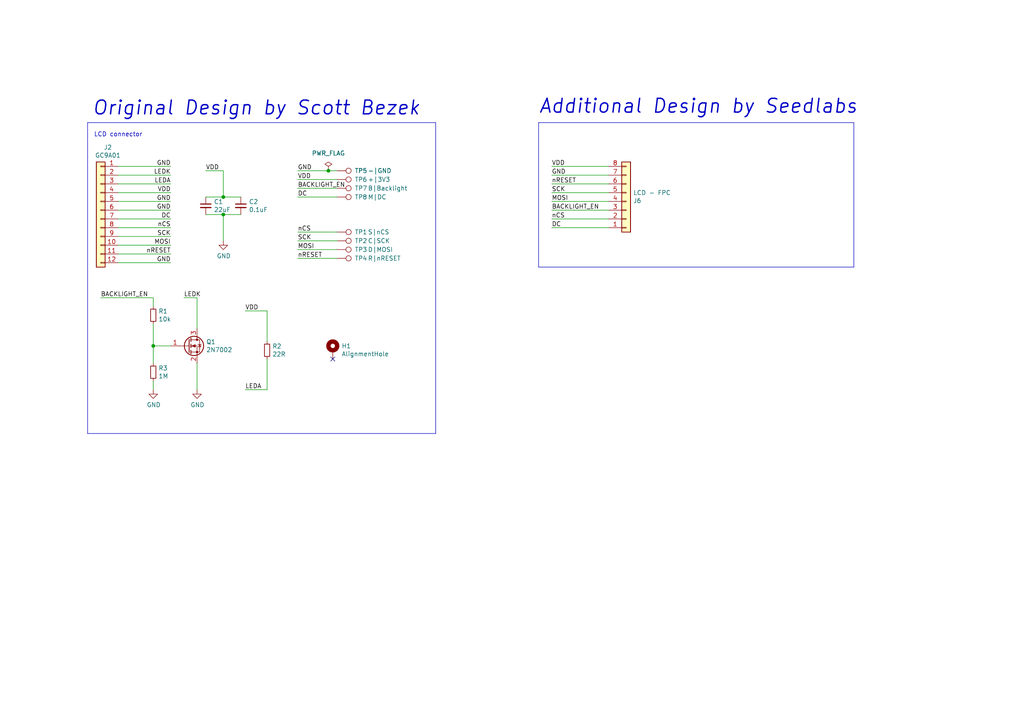
<source format=kicad_sch>
(kicad_sch (version 20250114) (generator "eeschema") (generator_version "9.0")
  (paper "A4")
  (title_block (title "SmartKnob DevKit Screen") (date "2024-05-13") (rev "v0.1.0") (company "Seedlabs") (comment 1 "Additional Design by Grigorii Merkushev (brushknight)") (comment 2 "Original Design by Scott Bezek"))
  (lib_symbols
    (symbol "Connector:TestPoint" (pin_numbers (hide yes)) (pin_names (offset 0.762) (hide yes))
      (property "Reference" "TP" (at 0 6.858 0))
      (property "Value" "TestPoint" (at 0 5.08 0))
      (symbol "TestPoint_0_1"
        (circle (center 0 3.302) (radius 0.762))
      )
      (symbol "TestPoint_1_1"
        (pin passive line (at 0 0 90) (length 2.54) (name "1") (number "1"))
      )
    )
    (symbol "Connector_Generic:Conn_01x08" (pin_names (offset 1.016) (hide yes))
      (property "Reference" "J" (at 0 10.16 0))
      (property "Value" "Conn_01x08" (at 0 -12.7 0))
      (symbol "Conn_01x08_1_1"
        (rectangle (start -1.27 8.89) (end 1.27 -11.43) (stroke (width 0.254)) (fill (type background)))
        (rectangle (start -1.27 7.747) (end 0 7.493) (stroke (width 0.1524)))
        (rectangle (start -1.27 5.207) (end 0 4.953) (stroke (width 0.1524)))
        (rectangle (start -1.27 2.667) (end 0 2.413) (stroke (width 0.1524)))
        (rectangle (start -1.27 0.127) (end 0 -0.127) (stroke (width 0.1524)))
        (rectangle (start -1.27 -2.413) (end 0 -2.667) (stroke (width 0.1524)))
        (rectangle (start -1.27 -4.953) (end 0 -5.207) (stroke (width 0.1524)))
        (rectangle (start -1.27 -7.493) (end 0 -7.747) (stroke (width 0.1524)))
        (rectangle (start -1.27 -10.033) (end 0 -10.287) (stroke (width 0.1524)))
        (pin passive line (at -5.08 7.62 0) (length 3.81) (name "Pin_1") (number "1"))
        (pin passive line (at -5.08 5.08 0) (length 3.81) (name "Pin_2") (number "2"))
        (pin passive line (at -5.08 2.54 0) (length 3.81) (name "Pin_3") (number "3"))
        (pin passive line (at -5.08 0 0) (length 3.81) (name "Pin_4") (number "4"))
        (pin passive line (at -5.08 -2.54 0) (length 3.81) (name "Pin_5") (number "5"))
        (pin passive line (at -5.08 -5.08 0) (length 3.81) (name "Pin_6") (number "6"))
        (pin passive line (at -5.08 -7.62 0) (length 3.81) (name "Pin_7") (number "7"))
        (pin passive line (at -5.08 -10.16 0) (length 3.81) (name "Pin_8") (number "8"))
      )
    )
    (symbol "Connector_Generic:Conn_01x12" (pin_names (offset 1.016) (hide yes))
      (property "Reference" "J" (at 0 15.24 0))
      (property "Value" "Conn_01x12" (at 0 -17.78 0))
      (symbol "Conn_01x12_1_1"
        (rectangle (start -1.27 13.97) (end 1.27 -16.51) (stroke (width 0.254)) (fill (type background)))
        (rectangle (start -1.27 12.827) (end 0 12.573) (stroke (width 0.1524)))
        (rectangle (start -1.27 10.287) (end 0 10.033) (stroke (width 0.1524)))
        (rectangle (start -1.27 7.747) (end 0 7.493) (stroke (width 0.1524)))
        (rectangle (start -1.27 5.207) (end 0 4.953) (stroke (width 0.1524)))
        (rectangle (start -1.27 2.667) (end 0 2.413) (stroke (width 0.1524)))
        (rectangle (start -1.27 0.127) (end 0 -0.127) (stroke (width 0.1524)))
        (rectangle (start -1.27 -2.413) (end 0 -2.667) (stroke (width 0.1524)))
        (rectangle (start -1.27 -4.953) (end 0 -5.207) (stroke (width 0.1524)))
        (rectangle (start -1.27 -7.493) (end 0 -7.747) (stroke (width 0.1524)))
        (rectangle (start -1.27 -10.033) (end 0 -10.287) (stroke (width 0.1524)))
        (rectangle (start -1.27 -12.573) (end 0 -12.827) (stroke (width 0.1524)))
        (rectangle (start -1.27 -15.113) (end 0 -15.367) (stroke (width 0.1524)))
        (pin passive line (at -5.08 12.7 0) (length 3.81) (name "Pin_1") (number "1"))
        (pin passive line (at -5.08 10.16 0) (length 3.81) (name "Pin_2") (number "2"))
        (pin passive line (at -5.08 7.62 0) (length 3.81) (name "Pin_3") (number "3"))
        (pin passive line (at -5.08 5.08 0) (length 3.81) (name "Pin_4") (number "4"))
        (pin passive line (at -5.08 2.54 0) (length 3.81) (name "Pin_5") (number "5"))
        (pin passive line (at -5.08 0 0) (length 3.81) (name "Pin_6") (number "6"))
        (pin passive line (at -5.08 -2.54 0) (length 3.81) (name "Pin_7") (number "7"))
        (pin passive line (at -5.08 -5.08 0) (length 3.81) (name "Pin_8") (number "8"))
        (pin passive line (at -5.08 -7.62 0) (length 3.81) (name "Pin_9") (number "9"))
        (pin passive line (at -5.08 -10.16 0) (length 3.81) (name "Pin_10") (number "10"))
        (pin passive line (at -5.08 -12.7 0) (length 3.81) (name "Pin_11") (number "11"))
        (pin passive line (at -5.08 -15.24 0) (length 3.81) (name "Pin_12") (number "12"))
      )
    )
    (symbol "Device:C_Small" (pin_numbers (hide yes)) (pin_names (offset 0.254) (hide yes))
      (property "Reference" "C" (at 0.254 1.778 0))
      (property "Value" "C_Small" (at 0.254 -2.032 0))
      (symbol "C_Small_0_1"
        (polyline (pts (xy -1.524 0.508) (xy 1.524 0.508)) (stroke (width 0.3048)))
        (polyline (pts (xy -1.524 -0.508) (xy 1.524 -0.508)) (stroke (width 0.3302)))
      )
      (symbol "C_Small_1_1"
        (pin passive line (at 0 2.54 270) (length 2.032) (name "~") (number "1"))
        (pin passive line (at 0 -2.54 90) (length 2.032) (name "~") (number "2"))
      )
    )
    (symbol "Device:R_Small" (pin_numbers (hide yes)) (pin_names (offset 0.254) (hide yes))
      (property "Reference" "R" (at 0.762 0.508 0))
      (property "Value" "R_Small" (at 0.762 -1.016 0))
      (symbol "R_Small_0_1"
        (rectangle (start -0.762 1.778) (end 0.762 -1.778) (stroke (width 0.2032)))
      )
      (symbol "R_Small_1_1"
        (pin passive line (at 0 2.54 270) (length 0.762) (name "~") (number "1"))
        (pin passive line (at 0 -2.54 90) (length 0.762) (name "~") (number "2"))
      )
    )
    (symbol "Mechanical:MountingHole_Pad" (pin_numbers (hide yes)) (pin_names (offset 1.016) (hide yes))
      (property "Reference" "H" (at 0 6.35 0))
      (property "Value" "MountingHole_Pad" (at 0 4.445 0))
      (symbol "MountingHole_Pad_0_1"
        (circle (center 0 1.27) (radius 1.27) (stroke (width 1.27)))
      )
      (symbol "MountingHole_Pad_1_1"
        (pin input line (at 0 -2.54 90) (length 2.54) (name "1") (number "1"))
      )
    )
    (symbol "Transistor_FET:2N7002" (pin_names (hide yes))
      (property "Reference" "Q" (at 5.08 1.905 0))
      (property "Value" "2N7002" (at 5.08 0 0))
      (symbol "2N7002_0_1"
        (polyline (pts (xy 0.254 1.905) (xy 0.254 -1.905)) (stroke (width 0.254)))
        (polyline (pts (xy 0.254 0) (xy -2.54 0)))
        (polyline (pts (xy 0.762 2.286) (xy 0.762 1.27)) (stroke (width 0.254)))
        (polyline (pts (xy 0.762 0.508) (xy 0.762 -0.508)) (stroke (width 0.254)))
        (polyline (pts (xy 0.762 -1.27) (xy 0.762 -2.286)) (stroke (width 0.254)))
        (polyline (pts (xy 0.762 -1.778) (xy 3.302 -1.778) (xy 3.302 1.778) (xy 0.762 1.778)))
        (polyline (pts (xy 1.016 0) (xy 2.032 0.381) (xy 2.032 -0.381) (xy 1.016 0)) (fill (type outline)))
        (circle (center 1.651 0) (radius 2.794) (stroke (width 0.254)))
        (polyline (pts (xy 2.54 2.54) (xy 2.54 1.778)))
        (circle (center 2.54 1.778) (radius 0.254) (fill (type outline)))
        (circle (center 2.54 -1.778) (radius 0.254) (fill (type outline)))
        (polyline (pts (xy 2.54 -2.54) (xy 2.54 0) (xy 0.762 0)))
        (polyline (pts (xy 2.794 0.508) (xy 2.921 0.381) (xy 3.683 0.381) (xy 3.81 0.254)))
        (polyline (pts (xy 3.302 0.381) (xy 2.921 -0.254) (xy 3.683 -0.254) (xy 3.302 0.381)))
      )
      (symbol "2N7002_1_1"
        (pin input line (at -5.08 0 0) (length 2.54) (name "G") (number "1"))
        (pin passive line (at 2.54 5.08 270) (length 2.54) (name "D") (number "3"))
        (pin passive line (at 2.54 -5.08 90) (length 2.54) (name "S") (number "2"))
      )
    )
    (symbol "power:GND" (power) (pin_names (offset 0))
      (property "Value" "GND" (at 0 -3.81 0))
      (symbol "GND_0_1"
        (polyline (pts (xy 0 0) (xy 0 -1.27) (xy 1.27 -1.27) (xy 0 -2.54) (xy -1.27 -1.27) (xy 0 -1.27)))
      )
      (symbol "GND_1_1"
        (pin power_in line (at 0 0 270) (length 0) (hide yes) (name "GND") (number "1"))
      )
    )
    (symbol "power:PWR_FLAG" (power) (pin_numbers (hide yes)) (pin_names (offset 0) (hide yes))
      (property "Value" "PWR_FLAG" (at 0 3.81 0))
      (symbol "PWR_FLAG_0_0"
        (pin power_out line (at 0 0 90) (length 0) (name "pwr") (number "1"))
      )
      (symbol "PWR_FLAG_0_1"
        (polyline (pts (xy 0 0) (xy 0 1.27) (xy -1.016 1.905) (xy 0 2.54) (xy 1.016 1.905) (xy 0 1.27)))
      )
    )
  )
  (text "Additional Design by Seedlabs" (at 156.21 33.274 0) (effects (font (size 4 4) (thickness 0.4013) (bold yes) (italic yes)) (justify left bottom)))
  (text "LCD connector" (at 34.29 39.116 0) (effects (font (size 1.27 1.27))))
  (text "Original Design by Scott Bezek" (at 26.67 33.782 0) (effects (font (size 4 4) (thickness 0.4013) (bold yes) (italic yes)) (justify left bottom)))
  (junction (at 64.77 57.15))
  (junction (at 44.45 100.33))
  (junction (at 64.77 62.23))
  (junction (at 95.25 49.53))
  (no_connect (at 96.52 104.14))
  (wire (pts (xy 97.79 72.39) (xy 86.36 72.39)))
  (wire (pts (xy 64.77 62.23) (xy 59.69 62.23)))
  (polyline (pts (xy 247.65 77.47) (xy 156.21 77.47)))
  (wire (pts (xy 97.79 52.07) (xy 86.36 52.07)))
  (wire (pts (xy 160.02 66.04) (xy 176.53 66.04)))
  (wire (pts (xy 59.69 57.15) (xy 64.77 57.15)))
  (wire (pts (xy 34.29 48.26) (xy 49.53 48.26)))
  (wire (pts (xy 64.77 62.23) (xy 64.77 69.85)))
  (wire (pts (xy 34.29 68.58) (xy 49.53 68.58)))
  (wire (pts (xy 34.29 71.12) (xy 49.53 71.12)))
  (polyline (pts (xy 247.65 35.56) (xy 247.65 77.47)))
  (polyline (pts (xy 156.21 35.56) (xy 247.65 35.56)))
  (wire (pts (xy 97.79 69.85) (xy 86.36 69.85)))
  (wire (pts (xy 64.77 57.15) (xy 64.77 49.53)))
  (wire (pts (xy 97.79 54.61) (xy 86.36 54.61)))
  (wire (pts (xy 176.53 63.5) (xy 160.02 63.5)))
  (wire (pts (xy 95.25 49.53) (xy 86.36 49.53)))
  (wire (pts (xy 176.53 53.34) (xy 160.02 53.34)))
  (wire (pts (xy 44.45 86.36) (xy 44.45 88.9)))
  (wire (pts (xy 97.79 74.93) (xy 86.36 74.93)))
  (wire (pts (xy 97.79 67.31) (xy 86.36 67.31)))
  (wire (pts (xy 34.29 50.8) (xy 49.53 50.8)))
  (wire (pts (xy 49.53 100.33) (xy 44.45 100.33)))
  (wire (pts (xy 34.29 55.88) (xy 49.53 55.88)))
  (polyline (pts (xy 126.365 35.56) (xy 126.365 125.73)))
  (wire (pts (xy 64.77 57.15) (xy 69.85 57.15)))
  (wire (pts (xy 97.79 49.53) (xy 95.25 49.53)))
  (wire (pts (xy 160.02 48.26) (xy 176.53 48.26)))
  (wire (pts (xy 34.29 60.96) (xy 49.53 60.96)))
  (polyline (pts (xy 25.4 35.56) (xy 25.4 125.73)))
  (wire (pts (xy 34.29 63.5) (xy 49.53 63.5)))
  (wire (pts (xy 34.29 73.66) (xy 49.53 73.66)))
  (wire (pts (xy 77.47 99.06) (xy 77.47 90.17)))
  (polyline (pts (xy 126.365 125.73) (xy 25.4 125.73)))
  (wire (pts (xy 44.45 93.98) (xy 44.45 100.33)))
  (wire (pts (xy 160.02 50.8) (xy 176.53 50.8)))
  (wire (pts (xy 97.79 57.15) (xy 86.36 57.15)))
  (polyline (pts (xy 25.4 35.56) (xy 126.365 35.56)))
  (wire (pts (xy 64.77 49.53) (xy 59.69 49.53)))
  (wire (pts (xy 77.47 113.03) (xy 77.47 104.14)))
  (wire (pts (xy 69.85 62.23) (xy 64.77 62.23)))
  (wire (pts (xy 44.45 100.33) (xy 44.45 105.41)))
  (wire (pts (xy 29.21 86.36) (xy 44.45 86.36)))
  (wire (pts (xy 57.15 86.36) (xy 53.34 86.36)))
  (wire (pts (xy 34.29 76.2) (xy 49.53 76.2)))
  (wire (pts (xy 34.29 58.42) (xy 49.53 58.42)))
  (wire (pts (xy 160.02 60.96) (xy 176.53 60.96)))
  (wire (pts (xy 57.15 105.41) (xy 57.15 113.03)))
  (wire (pts (xy 57.15 95.25) (xy 57.15 86.36)))
  (wire (pts (xy 71.12 113.03) (xy 77.47 113.03)))
  (wire (pts (xy 176.53 58.42) (xy 160.02 58.42)))
  (wire (pts (xy 44.45 113.03) (xy 44.45 110.49)))
  (wire (pts (xy 160.02 55.88) (xy 176.53 55.88)))
  (polyline (pts (xy 156.21 35.56) (xy 156.21 77.47)))
  (wire (pts (xy 34.29 66.04) (xy 49.53 66.04)))
  (wire (pts (xy 77.47 90.17) (xy 71.12 90.17)))
  (wire (pts (xy 34.29 53.34) (xy 49.53 53.34)))
  (label "BACKLIGHT_EN" (at 29.21 86.36 0))
  (label "MOSI" (at 86.36 72.39 0))
  (label "GND" (at 49.53 58.42 180))
  (label "VDD" (at 86.36 52.07 0))
  (label "VDD" (at 71.12 90.17 0))
  (label "DC" (at 49.53 63.5 180))
  (label "nRESET" (at 49.53 73.66 180))
  (label "LEDK" (at 53.34 86.36 0))
  (label "nCS" (at 160.02 63.5 0))
  (label "DC" (at 86.36 57.15 0))
  (label "LEDA" (at 49.53 53.34 180))
  (label "GND" (at 49.53 76.2 180))
  (label "MOSI" (at 49.53 71.12 180))
  (label "SCK" (at 160.02 55.88 0))
  (label "VDD" (at 59.69 49.53 0))
  (label "GND" (at 49.53 60.96 180))
  (label "GND" (at 86.36 49.53 0))
  (label "BACKLIGHT_EN" (at 86.36 54.61 0))
  (label "BACKLIGHT_EN" (at 160.02 60.96 0))
  (label "nCS" (at 86.36 67.31 0))
  (label "LEDK" (at 49.53 50.8 180))
  (label "SCK" (at 49.53 68.58 180))
  (label "VDD" (at 160.02 48.26 0))
  (label "GND" (at 160.02 50.8 0))
  (label "VDD" (at 49.53 55.88 180))
  (label "DC" (at 160.02 66.04 0))
  (label "MOSI" (at 160.02 58.42 0))
  (label "LEDA" (at 71.12 113.03 0))
  (label "SCK" (at 86.36 69.85 0))
  (label "nRESET" (at 86.36 74.93 0))
  (label "nCS" (at 49.53 66.04 180))
  (label "nRESET" (at 160.02 53.34 0))
  (label "GND" (at 49.53 48.26 180))
  (symbol (lib_id "Mechanical:MountingHole_Pad") (at 96.52 101.6 0) (unit 1) (in_bom no)
    (property "Reference" "H1" (at 99.06 100.3554 0) (effects (justify left)))
    (property "Value" "AlignmentHole" (at 99.06 102.6668 0) (effects (justify left)))
    (property "Footprint" "Holes:AlignmentHole_1.6" (effects (hide yes)))
  )
  (symbol (lib_id "Connector_Generic:Conn_01x12") (at 29.21 60.96 0) (mirror y) (unit 1) (in_bom no)
    (property "Reference" "J2" (at 31.2928 42.7482 0))
    (property "Value" "GC9A01" (at 31.2928 45.0596 0))
    (property "Footprint" "LCD_GC9A01:GC9A01Round1.28" (effects (hide yes)))
    (property "AliExpress" "https://www.aliexpress.com/item/1005001321857930.html" (effects (hide yes)))
    (property "Digikey" "N/A" (effects (hide yes)))
    (property "LCSC" "N/A" (effects (hide yes)))
    (property "Mouser" "N/A" (effects (hide yes)))
  )
  (symbol (lib_id "Transistor_FET:2N7002") (at 54.61 100.33 0) (unit 1)
    (property "Reference" "Q1" (at 59.7916 99.1616 0) (effects (justify left)))
    (property "Value" "2N7002" (at 59.7916 101.473 0) (effects (justify left)))
    (property "Footprint" "Package_TO_SOT_SMD:SOT-23" (effects (hide yes)))
    (property "Datasheet" "https://www.onsemi.com/pub/Collateral/NDS7002A-D.PDF" (effects (hide yes)))
    (property "Digikey" "2N7002H6327XTSA2CT-ND" (effects (hide yes)))
    (property "LCSC" "2N7002" (effects (hide yes)))
    (property "Mouser" "771-2N7002NXAKR" (effects (hide yes)))
    (property "JLCPCB Rotation Offset" "180" (effects (hide yes)))
  )
  (symbol (lib_id "power:GND") (at 57.15 113.03 0) (unit 1)
    (property "Reference" "#PWR03" (effects (hide yes)))
    (property "Value" "GND" (at 57.277 117.4242 0))
  )
  (symbol (lib_id "power:GND") (at 44.45 113.03 0) (unit 1)
    (property "Reference" "#PWR02" (effects (hide yes)))
    (property "Value" "GND" (at 44.577 117.4242 0))
  )
  (symbol (lib_id "Device:R_Small") (at 44.45 107.95 0) (unit 1)
    (property "Reference" "R3" (at 45.9486 106.7816 0) (effects (justify left)))
    (property "Value" "1M" (at 45.9486 109.093 0) (effects (justify left)))
    (property "Footprint" "Resistor_SMD:R_0603_1608Metric" (effects (hide yes)))
    (property "Digikey" "RMCF0603JT1M00CT-ND" (effects (hide yes)))
    (property "Mouser" "652-CR0603FX-1004ELF" (effects (hide yes)))
  )
  (symbol (lib_id "Device:R_Small") (at 44.45 91.44 0) (unit 1)
    (property "Reference" "R1" (at 45.9486 90.2716 0) (effects (justify left)))
    (property "Value" "10k" (at 45.9486 92.583 0) (effects (justify left)))
    (property "Footprint" "Resistor_SMD:R_0603_1608Metric" (effects (hide yes)))
    (property "Digikey" "RMCF0603JT10K0CT-ND" (effects (hide yes)))
    (property "LCSC" "C98220" (effects (hide yes)))
    (property "Mouser" "652-CR0603FX-1002ELF" (effects (hide yes)))
  )
  (symbol (lib_id "Device:C_Small") (at 59.69 59.69 0) (unit 1)
    (property "Reference" "C1" (at 62.0268 58.5216 0) (effects (justify left)))
    (property "Value" "22uF" (at 62.0268 60.833 0) (effects (justify left)))
    (property "Footprint" "Capacitor_SMD:C_0603_1608Metric" (effects (hide yes)))
    (property "Digikey" "1276-CL21A226MAYNNNECT-ND" (effects (hide yes)))
    (property "LCSC" "C59461" (effects (hide yes)))
    (property "Mouser" "187-CL21A226MAYNNNE" (effects (hide yes)))
  )
  (symbol (lib_id "power:GND") (at 64.77 69.85 0) (unit 1)
    (property "Reference" "#PWR01" (effects (hide yes)))
    (property "Value" "GND" (at 64.897 74.2442 0))
  )
  (symbol (lib_id "Device:R_Small") (at 77.47 101.6 0) (unit 1)
    (property "Reference" "R2" (at 78.9686 100.4316 0) (effects (justify left)))
    (property "Value" "22R" (at 78.9686 102.743 0) (effects (justify left)))
    (property "Footprint" "Resistor_SMD:R_0603_1608Metric" (effects (hide yes)))
    (property "Digikey" "RMCF0603JT22R0CT-ND" (effects (hide yes)))
    (property "Mouser" "652-CR0603FX-22R0ELF" (effects (hide yes)))
  )
  (symbol (lib_id "Device:C_Small") (at 69.85 59.69 0) (unit 1)
    (property "Reference" "C2" (at 72.1868 58.5216 0) (effects (justify left)))
    (property "Value" "0.1uF" (at 72.1868 60.833 0) (effects (justify left)))
    (property "Footprint" "Capacitor_SMD:C_0603_1608Metric" (effects (hide yes)))
    (property "Digikey" "1276-1935-1-ND" (effects (hide yes)))
    (property "LCSC" "C1591" (effects (hide yes)))
    (property "Mouser" "187-CL10B104KB8NNWC" (effects (hide yes)))
  )
  (symbol (lib_id "Connector:TestPoint") (at 97.79 69.85 270) (unit 1) (in_bom no)
    (property "Reference" "TP2" (at 102.87 69.85 90) (effects (justify left)))
    (property "Value" "C|SCK" (at 106.68 69.85 90) (effects (justify left)))
    (property "Footprint" "view_custom:test_point_connectivity" (effects (hide yes)))
  )
  (symbol (lib_id "Connector:TestPoint") (at 97.79 57.15 270) (unit 1) (in_bom no)
    (property "Reference" "TP8" (at 102.87 57.15 90) (effects (justify left)))
    (property "Value" "M|DC" (at 106.68 57.15 90) (effects (justify left)))
    (property "Footprint" "view_custom:test_point_connectivity" (effects (hide yes)))
  )
  (symbol (lib_id "Connector_Generic:Conn_01x08") (at 181.61 58.42 0) (mirror x) (unit 1)
    (property "Reference" "J6" (at 183.642 58.2168 0) (effects (justify left)))
    (property "Value" "LCD - FPC" (at 183.642 55.9054 0) (effects (justify left)))
    (property "Footprint" "screen_connector:Amphenol FCI FPC 8 pin 0.5 pitch" (effects (hide yes)))
    (property "Mouser" "649-59453081110EDHLF" (effects (hide yes)))
  )
  (symbol (lib_id "Connector:TestPoint") (at 97.79 72.39 270) (unit 1) (in_bom no)
    (property "Reference" "TP3" (at 102.87 72.39 90) (effects (justify left)))
    (property "Value" "D|MOSI" (at 106.68 72.39 90) (effects (justify left)))
    (property "Footprint" "view_custom:test_point_connectivity" (effects (hide yes)))
  )
  (symbol (lib_id "power:PWR_FLAG") (at 95.25 49.53 0) (unit 1)
    (property "Reference" "#FLG0101" (effects (hide yes)))
    (property "Value" "PWR_FLAG" (at 95.25 44.45 0))
  )
  (symbol (lib_id "Connector:TestPoint") (at 97.79 52.07 270) (unit 1) (in_bom no)
    (property "Reference" "TP6" (at 102.87 52.07 90) (effects (justify left)))
    (property "Value" "+|3V3" (at 106.68 52.07 90) (effects (justify left)))
    (property "Footprint" "view_custom:test_point_connectivity" (effects (hide yes)))
  )
  (symbol (lib_id "Connector:TestPoint") (at 97.79 49.53 270) (unit 1) (in_bom no)
    (property "Reference" "TP5" (at 102.87 49.53 90) (effects (justify left)))
    (property "Value" "-|GND" (at 106.68 49.53 90) (effects (justify left)))
    (property "Footprint" "view_custom:test_point_connectivity" (effects (hide yes)))
  )
  (symbol (lib_id "Connector:TestPoint") (at 97.79 74.93 270) (unit 1) (in_bom no)
    (property "Reference" "TP4" (at 102.87 74.93 90) (effects (justify left)))
    (property "Value" "R|nRESET" (at 106.68 74.93 90) (effects (justify left)))
    (property "Footprint" "view_custom:test_point_connectivity" (effects (hide yes)))
  )
  (symbol (lib_id "Connector:TestPoint") (at 97.79 54.61 270) (unit 1) (in_bom no)
    (property "Reference" "TP7" (at 102.87 54.61 90) (effects (justify left)))
    (property "Value" "B|Backlight" (at 106.68 54.61 90) (effects (justify left)))
    (property "Footprint" "view_custom:test_point_connectivity" (effects (hide yes)))
  )
  (symbol (lib_id "Connector:TestPoint") (at 97.79 67.31 270) (unit 1) (in_bom no)
    (property "Reference" "TP1" (at 102.87 67.31 90) (effects (justify left)))
    (property "Value" "S|nCS" (at 106.68 67.31 90) (effects (justify left)))
    (property "Footprint" "view_custom:test_point_connectivity" (effects (hide yes)))
  )
)
</source>
